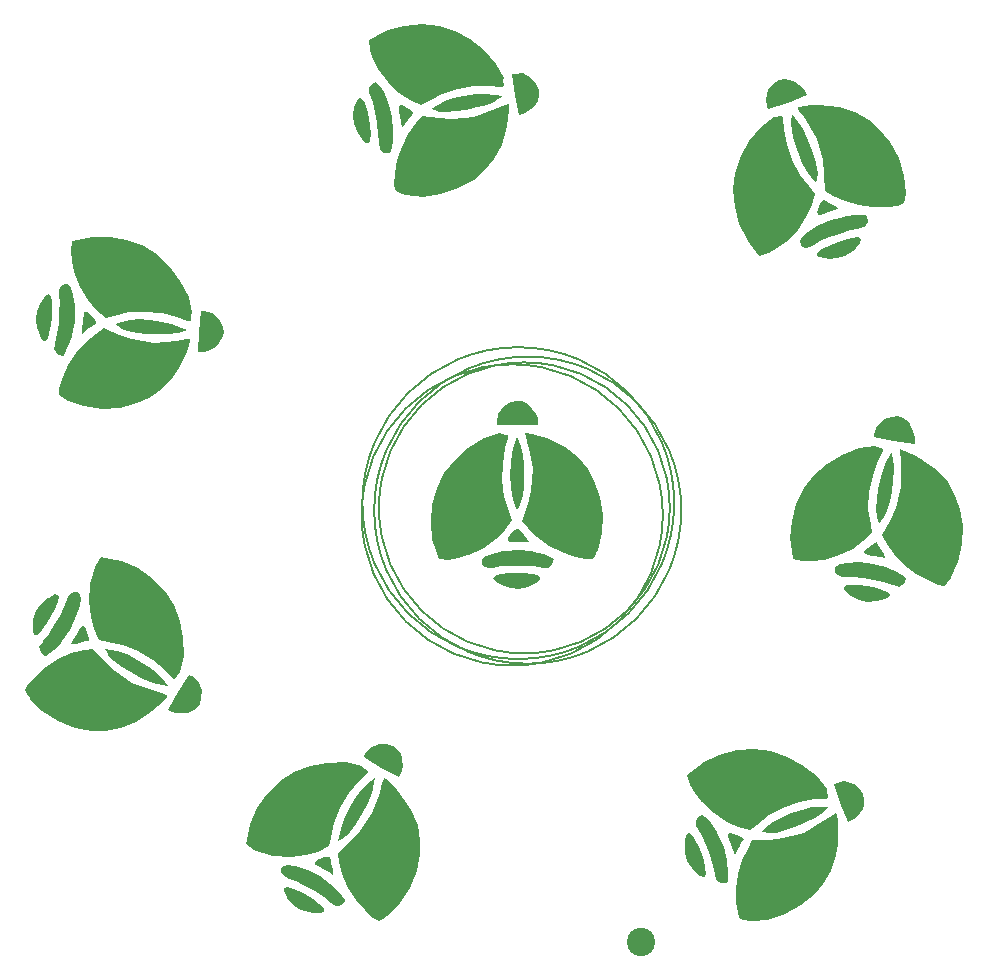
<source format=gbr>
%TF.GenerationSoftware,KiCad,Pcbnew,7.0.11*%
%TF.CreationDate,2025-03-11T10:56:17-07:00*%
%TF.ProjectId,nightLight,6e696768-744c-4696-9768-742e6b696361,rev?*%
%TF.SameCoordinates,Original*%
%TF.FileFunction,Soldermask,Bot*%
%TF.FilePolarity,Negative*%
%FSLAX46Y46*%
G04 Gerber Fmt 4.6, Leading zero omitted, Abs format (unit mm)*
G04 Created by KiCad (PCBNEW 7.0.11) date 2025-03-11 10:56:17*
%MOMM*%
%LPD*%
G01*
G04 APERTURE LIST*
%ADD10C,0.200000*%
%ADD11C,2.400000*%
%ADD12C,1.000000*%
G04 APERTURE END LIST*
D10*
X162236997Y-99800000D02*
G75*
G03*
X136736997Y-99800000I-12750000J0D01*
G01*
X136736997Y-99800000D02*
G75*
G03*
X162236997Y-99800000I12750000J0D01*
G01*
X162826007Y-99200000D02*
G75*
G03*
X138199999Y-99200000I-12313004J0D01*
G01*
X138199999Y-99200000D02*
G75*
G03*
X162826007Y-99200000I12313004J0D01*
G01*
X163800000Y-99400000D02*
G75*
G03*
X137800000Y-99400000I-13000000J0D01*
G01*
X137800000Y-99400000D02*
G75*
G03*
X163800000Y-99400000I13000000J0D01*
G01*
X163200000Y-98800000D02*
G75*
G03*
X136800000Y-98800000I-13200000J0D01*
G01*
X136800000Y-98800000D02*
G75*
G03*
X163200000Y-98800000I13200000J0D01*
G01*
%TO.C,REF\u002A\u002A*%
G36*
X122334698Y-113416616D02*
G01*
X122863340Y-113840690D01*
X123198405Y-114582636D01*
X123170961Y-115308167D01*
X123031191Y-115810255D01*
X122769230Y-116143986D01*
X122348704Y-116432358D01*
X122049192Y-116531128D01*
X121803312Y-116579356D01*
X121439839Y-116606558D01*
X120902881Y-116567559D01*
X120383160Y-116336780D01*
X121198551Y-114804481D01*
X122120513Y-113327597D01*
X122334698Y-113416616D01*
G37*
G36*
X113350872Y-109328058D02*
G01*
X113595630Y-109993127D01*
X113648789Y-110341053D01*
X113620796Y-110469537D01*
X113403572Y-110505781D01*
X113065069Y-110575316D01*
X112932130Y-110612024D01*
X112487354Y-110692717D01*
X112253160Y-110730709D01*
X112143527Y-110748242D01*
X112329867Y-110405492D01*
X112633527Y-109899537D01*
X112701207Y-109742313D01*
X113000061Y-109304683D01*
X113078168Y-109209396D01*
X113217091Y-109208775D01*
X113350872Y-109328058D01*
G37*
G36*
X115642691Y-111267632D02*
G01*
X116351926Y-111442262D01*
X117014529Y-111699648D01*
X117861571Y-112144300D01*
X118698445Y-112679502D01*
X119411483Y-113208582D01*
X119882995Y-113701830D01*
X120350173Y-114273916D01*
X119536734Y-114132019D01*
X119427364Y-114115534D01*
X118833572Y-113924825D01*
X118068363Y-113578445D01*
X117236370Y-113134983D01*
X116442224Y-112653023D01*
X115790561Y-112191151D01*
X115386014Y-111807954D01*
X115178483Y-111447629D01*
X115021796Y-111162935D01*
X115642691Y-111267632D01*
G37*
G36*
X111032164Y-106560653D02*
G01*
X111087054Y-106778108D01*
X111013297Y-107185858D01*
X110668062Y-107963824D01*
X110467220Y-108371691D01*
X110103560Y-108981569D01*
X109699278Y-109521806D01*
X109337737Y-109928734D01*
X109078683Y-109988236D01*
X109006944Y-109931618D01*
X108886544Y-109642629D01*
X108892776Y-109091879D01*
X108939389Y-108713176D01*
X109140819Y-107972164D01*
X109529442Y-107407527D01*
X110145228Y-106856870D01*
X110260850Y-106796608D01*
X110776931Y-106525927D01*
X111032164Y-106560653D01*
G37*
G36*
X112600526Y-106327055D02*
G01*
X112888614Y-106474754D01*
X112977048Y-106909570D01*
X112879701Y-107497326D01*
X112594373Y-108371693D01*
X112509067Y-108596586D01*
X112033620Y-109576204D01*
X111374908Y-110483868D01*
X111263420Y-110615952D01*
X110672537Y-111247848D01*
X110031714Y-111746011D01*
X109886451Y-111777614D01*
X109551631Y-111421266D01*
X109510855Y-111168165D01*
X109454611Y-110985582D01*
X109731674Y-110568168D01*
X109799509Y-110492292D01*
X110232580Y-109916491D01*
X110720424Y-109156176D01*
X111192419Y-108333247D01*
X111577939Y-107569606D01*
X111806362Y-106987152D01*
X111903629Y-106693468D01*
X112166573Y-106408326D01*
X112397797Y-106301400D01*
X112600526Y-106327055D01*
G37*
G36*
X115952126Y-103581506D02*
G01*
X116452999Y-103720239D01*
X117770002Y-104309173D01*
X119010494Y-105168191D01*
X120061462Y-106224601D01*
X120063684Y-106227339D01*
X120836405Y-107418016D01*
X121333642Y-108801481D01*
X121611109Y-110209910D01*
X121679957Y-111775639D01*
X121365338Y-113138709D01*
X121189359Y-113280403D01*
X121004879Y-113571833D01*
X120871978Y-113676471D01*
X120683704Y-113568041D01*
X120062071Y-112921028D01*
X119034378Y-112067400D01*
X117812725Y-111332853D01*
X116523084Y-110782627D01*
X115263854Y-110563679D01*
X114535315Y-110385544D01*
X114091696Y-109445590D01*
X113796400Y-108427552D01*
X113662774Y-107116592D01*
X113739569Y-105728913D01*
X113750036Y-105656729D01*
X113976149Y-104782388D01*
X114254554Y-104044027D01*
X114713629Y-103332020D01*
X115952126Y-103581506D01*
G37*
G36*
X114964240Y-112187390D02*
G01*
X115831005Y-112993917D01*
X117330923Y-114043409D01*
X119081669Y-114657374D01*
X119570472Y-114794892D01*
X120042912Y-114935144D01*
X120261534Y-115010256D01*
X120360602Y-114995851D01*
X120236687Y-115182238D01*
X119972261Y-115512308D01*
X119535963Y-115936294D01*
X118994432Y-116389387D01*
X118403763Y-116845197D01*
X117604392Y-117356657D01*
X116357571Y-117869305D01*
X115017928Y-118071518D01*
X113889600Y-118081343D01*
X112443272Y-117808655D01*
X110994888Y-117235259D01*
X109711012Y-116414311D01*
X108682706Y-115392828D01*
X108630151Y-115325474D01*
X108373774Y-114924811D01*
X108211810Y-114598177D01*
X108478256Y-114118507D01*
X109133074Y-113430214D01*
X110005763Y-112673491D01*
X111049276Y-112012587D01*
X112155777Y-111514939D01*
X113217423Y-111247984D01*
X114012373Y-111111306D01*
X114964240Y-112187390D01*
G37*
G36*
X178393674Y-122553252D02*
G01*
X178931822Y-123040637D01*
X179226601Y-123470443D01*
X179313868Y-123885635D01*
X179264465Y-124393138D01*
X179147605Y-124686067D01*
X179026501Y-124905421D01*
X178813703Y-125201343D01*
X178438678Y-125587610D01*
X177927821Y-125837397D01*
X177278135Y-124227828D01*
X176739402Y-122572241D01*
X176945271Y-122465386D01*
X177609934Y-122333013D01*
X178393674Y-122553252D01*
G37*
G36*
X168705361Y-126959325D02*
G01*
X169006057Y-127142245D01*
X169086489Y-127246277D01*
X168974624Y-127435977D01*
X168810305Y-127739982D01*
X168752974Y-127865414D01*
X168528892Y-128258001D01*
X168407458Y-128461825D01*
X168350419Y-128557078D01*
X168207634Y-128194018D01*
X168015239Y-127636180D01*
X167938302Y-127483272D01*
X167795157Y-126973033D01*
X167772370Y-126851951D01*
X167861192Y-126745130D01*
X168038561Y-126719322D01*
X168705361Y-126959325D01*
G37*
G36*
X176326371Y-124536682D02*
G01*
X175694804Y-125068603D01*
X175611874Y-125141789D01*
X175084100Y-125474075D01*
X174326892Y-125837610D01*
X173452384Y-126189902D01*
X172572715Y-126488455D01*
X171800019Y-126690773D01*
X171246436Y-126754359D01*
X170837012Y-126681725D01*
X170518207Y-126618756D01*
X170997514Y-126210421D01*
X171587175Y-125779365D01*
X172210258Y-125437227D01*
X173095349Y-125074172D01*
X174043270Y-124777110D01*
X174906900Y-124570977D01*
X175587832Y-124526832D01*
X176326371Y-124536682D01*
G37*
G36*
X164630032Y-126814431D02*
G01*
X164894977Y-127133029D01*
X165269020Y-127897561D01*
X165452366Y-128313587D01*
X165685803Y-128984188D01*
X165839781Y-129641144D01*
X165919112Y-130179669D01*
X165798177Y-130416362D01*
X165708692Y-130434924D01*
X165409922Y-130341398D01*
X164992028Y-129982609D01*
X164731888Y-129703475D01*
X164293716Y-129072858D01*
X164110981Y-128412214D01*
X164084973Y-127586539D01*
X164113129Y-127459231D01*
X164237507Y-126889900D01*
X164428169Y-126716702D01*
X164630032Y-126814431D01*
G37*
G36*
X165945602Y-125451114D02*
G01*
X166333276Y-125903488D01*
X166819674Y-126684094D01*
X166937119Y-126894001D01*
X167381938Y-127887901D01*
X167653838Y-128975939D01*
X167683357Y-129146245D01*
X167787605Y-130005063D01*
X167757307Y-130816175D01*
X167688142Y-130947766D01*
X167199947Y-130975198D01*
X166979849Y-130843744D01*
X166803830Y-130769466D01*
X166662165Y-130288916D01*
X166647643Y-130188179D01*
X166484927Y-129486310D01*
X166216072Y-128623878D01*
X165889064Y-127733341D01*
X165551889Y-126947156D01*
X165252531Y-126397780D01*
X165090078Y-126134493D01*
X165040664Y-125749780D01*
X165107382Y-125503922D01*
X165257346Y-125365112D01*
X165555670Y-125239363D01*
X165945602Y-125451114D01*
G37*
G36*
X169978185Y-119583906D02*
G01*
X171386992Y-119757320D01*
X172766405Y-120265688D01*
X174023677Y-120958457D01*
X175267350Y-121912147D01*
X176109289Y-123029324D01*
X176104715Y-123255211D01*
X176209382Y-123583858D01*
X176204112Y-123752926D01*
X176000030Y-123827455D01*
X175104811Y-123887762D01*
X173790306Y-124126319D01*
X172442347Y-124590001D01*
X171191884Y-125224246D01*
X170214742Y-126048134D01*
X169609988Y-126491724D01*
X168604788Y-126227366D01*
X167635113Y-125799194D01*
X166544966Y-125058888D01*
X165531306Y-124108077D01*
X165482738Y-124053660D01*
X164958296Y-123318432D01*
X164571634Y-122630552D01*
X164321292Y-121821210D01*
X165308501Y-121032833D01*
X165736731Y-120738318D01*
X167034434Y-120107995D01*
X168489853Y-119709888D01*
X169974659Y-119583848D01*
X169978185Y-119583906D01*
G37*
G36*
X176949240Y-125207476D02*
G01*
X177032118Y-125622203D01*
X177076463Y-126228960D01*
X177075463Y-126935038D01*
X177044959Y-127680507D01*
X176922935Y-128621621D01*
X176514205Y-129906265D01*
X175808003Y-131062471D01*
X175090254Y-131933135D01*
X173951681Y-132865807D01*
X172581431Y-133606761D01*
X171127288Y-134062572D01*
X169683805Y-134193703D01*
X169598427Y-134190668D01*
X169126705Y-134129523D01*
X168772381Y-134043639D01*
X168576200Y-133531204D01*
X168469847Y-132587157D01*
X168451117Y-131432227D01*
X168615592Y-130208028D01*
X168945617Y-129040518D01*
X169423530Y-128055654D01*
X169829813Y-127358833D01*
X171265990Y-127321353D01*
X172440971Y-127175799D01*
X174209057Y-126701395D01*
X175804740Y-125754895D01*
X176224280Y-125468845D01*
X176635399Y-125197087D01*
X176833465Y-125077894D01*
X176886110Y-124992744D01*
X176949240Y-125207476D01*
G37*
G36*
X151094239Y-62769245D02*
G01*
X151539578Y-63342674D01*
X151755244Y-63817138D01*
X151769088Y-64241177D01*
X151632309Y-64732391D01*
X151466357Y-65000576D01*
X151309003Y-65195569D01*
X151048051Y-65450043D01*
X150611650Y-65765319D01*
X150065178Y-65922602D01*
X149704861Y-64224669D01*
X149461802Y-62500685D01*
X149683098Y-62431201D01*
X150360651Y-62416257D01*
X151094239Y-62769245D01*
G37*
G36*
X140173013Y-65073876D02*
G01*
X140788007Y-65426022D01*
X141052372Y-65658378D01*
X141113516Y-65774796D01*
X140970410Y-65942190D01*
X140755797Y-66213043D01*
X140677556Y-66326613D01*
X140388706Y-66674324D01*
X140233724Y-66853966D01*
X140161011Y-66937867D01*
X140083440Y-66555528D01*
X139990835Y-65972755D01*
X139941619Y-65808811D01*
X139889251Y-65281467D01*
X139887836Y-65158267D01*
X139993858Y-65068493D01*
X140173013Y-65073876D01*
G37*
G36*
X147988316Y-64225612D02*
G01*
X148713925Y-64363559D01*
X147999585Y-64777728D01*
X147905206Y-64835402D01*
X147327750Y-65070993D01*
X146518918Y-65297517D01*
X145596521Y-65492600D01*
X144678373Y-65633864D01*
X143882284Y-65698931D01*
X143326069Y-65665423D01*
X142935479Y-65522796D01*
X142632452Y-65405424D01*
X143175383Y-65086523D01*
X143830938Y-64764410D01*
X144503966Y-64535667D01*
X145438655Y-64331822D01*
X146423759Y-64203878D01*
X147310064Y-64150845D01*
X147988316Y-64225612D01*
G37*
G36*
X136799752Y-64575656D02*
G01*
X137005348Y-64935420D01*
X137240949Y-65753290D01*
X137349267Y-66194833D01*
X137462710Y-66895783D01*
X137500269Y-67569496D01*
X137484881Y-68113614D01*
X137324681Y-68325712D01*
X137233332Y-68328453D01*
X136955342Y-68184467D01*
X136606101Y-67758562D01*
X136398383Y-67438496D01*
X136076374Y-66741371D01*
X136011135Y-66059033D01*
X136128899Y-65241385D01*
X136178734Y-65120901D01*
X136400085Y-64581817D01*
X136617926Y-64444358D01*
X136799752Y-64575656D01*
G37*
G36*
X138332074Y-63461497D02*
G01*
X138635304Y-63974317D01*
X138978762Y-64827526D01*
X139057972Y-65054638D01*
X139323445Y-66110681D01*
X139402278Y-67229404D01*
X139401775Y-67402249D01*
X139355307Y-68266122D01*
X139184621Y-69059650D01*
X139093657Y-69177232D01*
X138608114Y-69119472D01*
X138414188Y-68951796D01*
X138253740Y-68848081D01*
X138197675Y-68350232D01*
X138200866Y-68248504D01*
X138162500Y-67529042D01*
X138047490Y-66633027D01*
X137880090Y-65699234D01*
X137684557Y-64866443D01*
X137485145Y-64273430D01*
X137370879Y-63985934D01*
X137389020Y-63598485D01*
X137497418Y-63367947D01*
X137669208Y-63257288D01*
X137984835Y-63185252D01*
X138332074Y-63461497D01*
G37*
G36*
X143318760Y-58383007D02*
G01*
X143322222Y-58383676D01*
X144679513Y-58799092D01*
X145949693Y-59539269D01*
X147067566Y-60439836D01*
X148126738Y-61595000D01*
X148761890Y-62841405D01*
X148718161Y-63063066D01*
X148764169Y-63404895D01*
X148729621Y-63570480D01*
X148515697Y-63608438D01*
X147623607Y-63512376D01*
X146287647Y-63519047D01*
X144879649Y-63741615D01*
X143538048Y-64149083D01*
X142432684Y-64790776D01*
X141760089Y-65122612D01*
X140816065Y-64687719D01*
X139935473Y-64097669D01*
X138990441Y-63179308D01*
X138157287Y-62066922D01*
X138118906Y-62004898D01*
X137730103Y-61189771D01*
X137468764Y-60445198D01*
X137362767Y-59604681D01*
X138471877Y-58999708D01*
X138944744Y-58784029D01*
X140332186Y-58388625D01*
X141834624Y-58249298D01*
X143318760Y-58383007D01*
G37*
G36*
X149210848Y-65132322D02*
G01*
X149220451Y-65555140D01*
X149158760Y-66160379D01*
X149035166Y-66855557D01*
X148875676Y-67584403D01*
X148592083Y-68490030D01*
X147966486Y-69684183D01*
X147070240Y-70700193D01*
X146212207Y-71432994D01*
X144928974Y-72153785D01*
X143450875Y-72645541D01*
X141939674Y-72841918D01*
X140495350Y-72720399D01*
X140411796Y-72702584D01*
X139957858Y-72560455D01*
X139623831Y-72414347D01*
X139519614Y-71875631D01*
X139578808Y-70927458D01*
X139760914Y-69786822D01*
X140135471Y-68609782D01*
X140663218Y-67517317D01*
X141304890Y-66630404D01*
X141826003Y-66014719D01*
X143246869Y-66227199D01*
X144429275Y-66287889D01*
X146252879Y-66127717D01*
X147988677Y-65472684D01*
X148451516Y-65263832D01*
X148903579Y-65067593D01*
X149119334Y-64984605D01*
X149185966Y-64909890D01*
X149210848Y-65132322D01*
G37*
G36*
X124062371Y-82719751D02*
G01*
X124679603Y-83250578D01*
X124961353Y-83919730D01*
X125046870Y-84433846D01*
X124950493Y-84847019D01*
X124691239Y-85286094D01*
X124461531Y-85502190D01*
X124259070Y-85649812D01*
X123941148Y-85828076D01*
X123438016Y-86019660D01*
X122869458Y-86030147D01*
X122960876Y-84296812D01*
X123172298Y-82568663D01*
X123404038Y-82558823D01*
X124062371Y-82719751D01*
G37*
G36*
X113534027Y-82650060D02*
G01*
X114036923Y-83149378D01*
X114232141Y-83442240D01*
X114261071Y-83570517D01*
X114079516Y-83695167D01*
X113802115Y-83901245D01*
X113697145Y-83990696D01*
X113328144Y-84251799D01*
X113131948Y-84385207D01*
X113039997Y-84447430D01*
X113064025Y-84058042D01*
X113125409Y-83471159D01*
X113120302Y-83300063D01*
X113206205Y-82777134D01*
X113236725Y-82657766D01*
X113362369Y-82598491D01*
X113534027Y-82650060D01*
G37*
G36*
X118812304Y-83296139D02*
G01*
X119796955Y-83427518D01*
X120666786Y-83605684D01*
X121302576Y-83853449D01*
X121967757Y-84174497D01*
X121170563Y-84389669D01*
X121064473Y-84420950D01*
X120445718Y-84499056D01*
X119605817Y-84508521D01*
X118664359Y-84458223D01*
X117740934Y-84357040D01*
X116955131Y-84213846D01*
X116426541Y-84037521D01*
X116086174Y-83798662D01*
X115823851Y-83606860D01*
X116430820Y-83439347D01*
X117147407Y-83297879D01*
X117856705Y-83251122D01*
X118812304Y-83296139D01*
G37*
G36*
X110404655Y-81295752D02*
G01*
X110510132Y-81696469D01*
X110526025Y-82547449D01*
X110516373Y-83001981D01*
X110444530Y-83708408D01*
X110306440Y-84368886D01*
X110150748Y-84890481D01*
X109941112Y-85053889D01*
X109852166Y-85032894D01*
X109620915Y-84821865D01*
X109393806Y-84320082D01*
X109276005Y-83957161D01*
X109145397Y-83200448D01*
X109258983Y-82524474D01*
X109584358Y-81765167D01*
X109663678Y-81661687D01*
X110017012Y-81198261D01*
X110263007Y-81121867D01*
X110404655Y-81295752D01*
G37*
G36*
X111909221Y-80259447D02*
G01*
X112173130Y-80616150D01*
X112333300Y-81189979D01*
X112444228Y-82103009D01*
X112461958Y-82342883D01*
X112445062Y-83431651D01*
X112231662Y-84532658D01*
X112186441Y-84699484D01*
X111917969Y-85521894D01*
X111547719Y-86244207D01*
X111429422Y-86334239D01*
X110975373Y-86152779D01*
X110831452Y-85940625D01*
X110703315Y-85798917D01*
X110778013Y-85303521D01*
X110807425Y-85206085D01*
X110956577Y-84501208D01*
X111077391Y-83605957D01*
X111157378Y-82660657D01*
X111184050Y-81805635D01*
X111144916Y-81181217D01*
X111108953Y-80873942D01*
X111226755Y-80504391D01*
X111391127Y-80309763D01*
X111585704Y-80247337D01*
X111909221Y-80259447D01*
G37*
G36*
X116905351Y-76488080D02*
G01*
X118304309Y-77001355D01*
X118307480Y-77002898D01*
X119511005Y-77755451D01*
X120546332Y-78799155D01*
X121393030Y-79958362D01*
X122117134Y-81348298D01*
X122408051Y-82716623D01*
X122308441Y-82919413D01*
X122264410Y-83261503D01*
X122188182Y-83412504D01*
X121971723Y-83393801D01*
X121134894Y-83070122D01*
X119842729Y-82730794D01*
X118425102Y-82581361D01*
X117023755Y-82627713D01*
X115789973Y-82961451D01*
X115054410Y-83107900D01*
X114255112Y-82443495D01*
X113557241Y-81645636D01*
X112882100Y-80513975D01*
X112365241Y-79223857D01*
X112344222Y-79154012D01*
X112179637Y-78266030D01*
X112119913Y-77479189D01*
X112235069Y-76639878D01*
X113462966Y-76342578D01*
X113975542Y-76256635D01*
X115418046Y-76233800D01*
X116905351Y-76488080D01*
G37*
G36*
X116204641Y-84559656D02*
G01*
X117331050Y-84924307D01*
X119133972Y-85241577D01*
X120980159Y-85058121D01*
X121481282Y-84976177D01*
X121968732Y-84903627D01*
X122198614Y-84879308D01*
X122282313Y-84824385D01*
X122248778Y-85045678D01*
X122148620Y-85456574D01*
X121932384Y-86025223D01*
X121633076Y-86664726D01*
X121290381Y-87327458D01*
X120782058Y-88128827D01*
X119868708Y-89120373D01*
X118740039Y-89869798D01*
X117721579Y-90355554D01*
X116295517Y-90719660D01*
X114740507Y-90812100D01*
X113229973Y-90610657D01*
X111866314Y-90119460D01*
X111790218Y-90080628D01*
X111388534Y-89825853D01*
X111103703Y-89598271D01*
X111142468Y-89050938D01*
X111445050Y-88150394D01*
X111916169Y-87095757D01*
X112582603Y-86055766D01*
X113375119Y-85137116D01*
X114224477Y-84446502D01*
X114887184Y-83986669D01*
X116204641Y-84559656D01*
G37*
G36*
X172993138Y-62935535D02*
G01*
X173286067Y-63052395D01*
X173505421Y-63173499D01*
X173801343Y-63386297D01*
X174187610Y-63761322D01*
X174437397Y-64272179D01*
X172827828Y-64921865D01*
X171172241Y-65460598D01*
X171065386Y-65254729D01*
X170933013Y-64590066D01*
X171153252Y-63806326D01*
X171640637Y-63268178D01*
X172070443Y-62973399D01*
X172485635Y-62886132D01*
X172993138Y-62935535D01*
G37*
G36*
X176035977Y-73225376D02*
G01*
X176339982Y-73389695D01*
X176465414Y-73447026D01*
X176858001Y-73671108D01*
X177061825Y-73792542D01*
X177157078Y-73849581D01*
X176794018Y-73992366D01*
X176236180Y-74184761D01*
X176083272Y-74261698D01*
X175573033Y-74404843D01*
X175451951Y-74427630D01*
X175345130Y-74338808D01*
X175319322Y-74161439D01*
X175559325Y-73494639D01*
X175742245Y-73193943D01*
X175846277Y-73113511D01*
X176035977Y-73225376D01*
G37*
G36*
X173668603Y-66505196D02*
G01*
X173741789Y-66588126D01*
X174074075Y-67115900D01*
X174437610Y-67873108D01*
X174789902Y-68747616D01*
X175088455Y-69627285D01*
X175290773Y-70399981D01*
X175354359Y-70953564D01*
X175281725Y-71362988D01*
X175218756Y-71681793D01*
X174810421Y-71202486D01*
X174379365Y-70612825D01*
X174037227Y-69989742D01*
X173674172Y-69104651D01*
X173377110Y-68156730D01*
X173170977Y-67293100D01*
X173126832Y-66612168D01*
X173136682Y-65873629D01*
X173668603Y-66505196D01*
G37*
G36*
X179016362Y-76401823D02*
G01*
X179034924Y-76491308D01*
X178941398Y-76790078D01*
X178582609Y-77207972D01*
X178303475Y-77468112D01*
X177672858Y-77906284D01*
X177012214Y-78089019D01*
X176186539Y-78115027D01*
X176059231Y-78086871D01*
X175489900Y-77962493D01*
X175316702Y-77771831D01*
X175414431Y-77569968D01*
X175733029Y-77305023D01*
X176497561Y-76930980D01*
X176913587Y-76747634D01*
X177584188Y-76514197D01*
X178241144Y-76360219D01*
X178779669Y-76280888D01*
X179016362Y-76401823D01*
G37*
G36*
X179416175Y-74442693D02*
G01*
X179547766Y-74511858D01*
X179575198Y-75000053D01*
X179443744Y-75220151D01*
X179369466Y-75396170D01*
X178888916Y-75537835D01*
X178788179Y-75552357D01*
X178086310Y-75715073D01*
X177223878Y-75983928D01*
X176333341Y-76310936D01*
X175547156Y-76648111D01*
X174997780Y-76947469D01*
X174734493Y-77109922D01*
X174349780Y-77159336D01*
X174103922Y-77092618D01*
X173965112Y-76942654D01*
X173839363Y-76644330D01*
X174051114Y-76254398D01*
X174503488Y-75866724D01*
X175284094Y-75380326D01*
X175494001Y-75262881D01*
X176487901Y-74818062D01*
X177575939Y-74546162D01*
X177746245Y-74516643D01*
X178605063Y-74412395D01*
X179416175Y-74442693D01*
G37*
G36*
X172352926Y-65995888D02*
G01*
X172427455Y-66199970D01*
X172487762Y-67095189D01*
X172726319Y-68409694D01*
X173190001Y-69757653D01*
X173824246Y-71008116D01*
X174648134Y-71985258D01*
X175091724Y-72590012D01*
X174827366Y-73595212D01*
X174399194Y-74564887D01*
X173658888Y-75655034D01*
X172708077Y-76668694D01*
X172653660Y-76717262D01*
X171918432Y-77241704D01*
X171230552Y-77628366D01*
X170421210Y-77878708D01*
X169632833Y-76891499D01*
X169338318Y-76463269D01*
X168707995Y-75165566D01*
X168309888Y-73710147D01*
X168183848Y-72225341D01*
X168183906Y-72221815D01*
X168357320Y-70813008D01*
X168865688Y-69433595D01*
X169558457Y-68176323D01*
X170512147Y-66932650D01*
X171629324Y-66090711D01*
X171855211Y-66095285D01*
X172183858Y-65990618D01*
X172352926Y-65995888D01*
G37*
G36*
X175535038Y-65124537D02*
G01*
X176280507Y-65155041D01*
X177221621Y-65277065D01*
X178506265Y-65685795D01*
X179662471Y-66391997D01*
X180533135Y-67109746D01*
X181465807Y-68248319D01*
X182206761Y-69618569D01*
X182662572Y-71072712D01*
X182793703Y-72516195D01*
X182790668Y-72601573D01*
X182729523Y-73073295D01*
X182643639Y-73427619D01*
X182131204Y-73623800D01*
X181187157Y-73730153D01*
X180032227Y-73748883D01*
X178808028Y-73584408D01*
X177640518Y-73254383D01*
X176655654Y-72776470D01*
X175958833Y-72370187D01*
X175921353Y-70934010D01*
X175775799Y-69759029D01*
X175301395Y-67990943D01*
X174354895Y-66395260D01*
X174068845Y-65975720D01*
X173797087Y-65564601D01*
X173677894Y-65366535D01*
X173592744Y-65313890D01*
X173807476Y-65250760D01*
X174222203Y-65167882D01*
X174828960Y-65123537D01*
X175535038Y-65124537D01*
G37*
G36*
X182552636Y-91589207D02*
G01*
X182967445Y-91885743D01*
X183162698Y-92133411D01*
X183292113Y-92347967D01*
X183441989Y-92680216D01*
X183588994Y-93198130D01*
X183549887Y-93765439D01*
X181831116Y-93523299D01*
X180127970Y-93162063D01*
X180138365Y-92930348D01*
X180356058Y-92288545D01*
X180938660Y-91719927D01*
X181629823Y-91497570D01*
X182149435Y-91457186D01*
X182552636Y-91589207D01*
G37*
G36*
X180457699Y-102318426D02*
G01*
X180638816Y-102612733D01*
X180718778Y-102725099D01*
X180946727Y-103115453D01*
X181062527Y-103322530D01*
X181116499Y-103419554D01*
X180730688Y-103361679D01*
X180151388Y-103249379D01*
X179980497Y-103239555D01*
X179467045Y-103108402D01*
X179350791Y-103067595D01*
X179302692Y-102937262D01*
X179369026Y-102770753D01*
X179910275Y-102313288D01*
X180219037Y-102144338D01*
X180349347Y-102126698D01*
X180457699Y-102318426D01*
G37*
G36*
X181767583Y-95314892D02*
G01*
X181789500Y-95423305D01*
X181813381Y-96046513D01*
X181749607Y-96884043D01*
X181617447Y-97817534D01*
X181436167Y-98728627D01*
X181225031Y-99498959D01*
X181003307Y-100010170D01*
X180735692Y-100328424D01*
X180521757Y-100573033D01*
X180407782Y-99953773D01*
X180329307Y-99227584D01*
X180344548Y-98516910D01*
X180472679Y-97568870D01*
X180689376Y-96599416D01*
X180942675Y-95748424D01*
X181244910Y-95136647D01*
X181622710Y-94501978D01*
X181767583Y-95314892D01*
G37*
G36*
X179004641Y-105758365D02*
G01*
X179456603Y-105807595D01*
X180154080Y-105940734D01*
X180800009Y-106135863D01*
X181306050Y-106336423D01*
X181450565Y-106559503D01*
X181421898Y-106646280D01*
X181191517Y-106858259D01*
X180671849Y-107040771D01*
X180300042Y-107126492D01*
X179534826Y-107190651D01*
X178871324Y-107018583D01*
X178143265Y-106628269D01*
X178047091Y-106540231D01*
X177616224Y-106147851D01*
X177561561Y-105896134D01*
X177747129Y-105770180D01*
X178155515Y-105700030D01*
X179004641Y-105758365D01*
G37*
G36*
X178969582Y-103811969D02*
G01*
X180052734Y-103923694D01*
X181130952Y-104232241D01*
X181293202Y-104291830D01*
X182089084Y-104630957D01*
X182776378Y-105062753D01*
X182855758Y-105188446D01*
X182635416Y-105624952D01*
X182411525Y-105749835D01*
X182259189Y-105865134D01*
X181772187Y-105747543D01*
X181677686Y-105709751D01*
X180988491Y-105499733D01*
X180107176Y-105301352D01*
X179172444Y-105139281D01*
X178323000Y-105038191D01*
X177697548Y-105022754D01*
X177388308Y-105031799D01*
X177030430Y-104882237D01*
X176850869Y-104701528D01*
X176805639Y-104502250D01*
X176845899Y-104181020D01*
X177224246Y-103949204D01*
X177809851Y-103839656D01*
X178729075Y-103808725D01*
X178969582Y-103811969D01*
G37*
G36*
X180402096Y-94053203D02*
G01*
X180739045Y-94126882D01*
X180882828Y-94215980D01*
X180845331Y-94429985D01*
X180449949Y-95235420D01*
X179999293Y-96493093D01*
X179726874Y-97892301D01*
X179650914Y-99292356D01*
X179875852Y-100550531D01*
X179957635Y-101296058D01*
X179226094Y-102034408D01*
X178370448Y-102660085D01*
X177184251Y-103234026D01*
X175853995Y-103636477D01*
X175782584Y-103651329D01*
X174883637Y-103737895D01*
X174094584Y-103728814D01*
X173268503Y-103540946D01*
X173079353Y-102291810D01*
X173038410Y-101773694D01*
X173141386Y-100334689D01*
X173524325Y-98875206D01*
X174157574Y-97526305D01*
X174159387Y-97523281D01*
X175013971Y-96389925D01*
X176143938Y-95449503D01*
X177372529Y-94707058D01*
X178820286Y-94106851D01*
X180208759Y-93936298D01*
X180402096Y-94053203D01*
G37*
G36*
X182515069Y-94297955D02*
G01*
X182915672Y-94433544D01*
X183463311Y-94698518D01*
X184074294Y-95052424D01*
X184704636Y-95451576D01*
X185458652Y-96027809D01*
X186366822Y-97024101D01*
X187015025Y-98213793D01*
X187410168Y-99270714D01*
X187648599Y-100723082D01*
X187605159Y-102280232D01*
X187272831Y-103767461D01*
X186664653Y-105083120D01*
X186619336Y-105155542D01*
X186330521Y-105533493D01*
X186078981Y-105797405D01*
X185537109Y-105711084D01*
X184666364Y-105331166D01*
X183656800Y-104769922D01*
X182678850Y-104015382D01*
X181832769Y-103145817D01*
X181218809Y-102239500D01*
X180818485Y-101539238D01*
X181504115Y-100276733D01*
X181965552Y-99186392D01*
X182438749Y-97417983D01*
X182416898Y-95562831D01*
X182378941Y-95056474D01*
X182349151Y-94564555D01*
X182344960Y-94333428D01*
X182297541Y-94245261D01*
X182515069Y-94297955D01*
G37*
G36*
X138908167Y-119229040D02*
G01*
X139410255Y-119368810D01*
X139743986Y-119630771D01*
X140032358Y-120051297D01*
X140131128Y-120350809D01*
X140179356Y-120596689D01*
X140206558Y-120960162D01*
X140167559Y-121497120D01*
X139936780Y-122016841D01*
X138404481Y-121201450D01*
X136927597Y-120279488D01*
X137016616Y-120065303D01*
X137440690Y-119536661D01*
X138182636Y-119201596D01*
X138908167Y-119229040D01*
G37*
G36*
X134069537Y-128779205D02*
G01*
X134105781Y-128996429D01*
X134175316Y-129334932D01*
X134212024Y-129467871D01*
X134292717Y-129912647D01*
X134330709Y-130146841D01*
X134348242Y-130256474D01*
X134005492Y-130070134D01*
X133499537Y-129766474D01*
X133342313Y-129698794D01*
X132904683Y-129399940D01*
X132809396Y-129321833D01*
X132808775Y-129182910D01*
X132928058Y-129049129D01*
X133593127Y-128804371D01*
X133941053Y-128751212D01*
X134069537Y-128779205D01*
G37*
G36*
X137732019Y-122863267D02*
G01*
X137715534Y-122972637D01*
X137524825Y-123566429D01*
X137178445Y-124331638D01*
X136734983Y-125163631D01*
X136253023Y-125957777D01*
X135791151Y-126609440D01*
X135407954Y-127013987D01*
X135047629Y-127221518D01*
X134762935Y-127378205D01*
X134867632Y-126757310D01*
X135042262Y-126048075D01*
X135299648Y-125385472D01*
X135744300Y-124538430D01*
X136279502Y-123701556D01*
X136808582Y-122988518D01*
X137301830Y-122517006D01*
X137873916Y-122049828D01*
X137732019Y-122863267D01*
G37*
G36*
X130785858Y-131386704D02*
G01*
X131563824Y-131731939D01*
X131971691Y-131932781D01*
X132581569Y-132296441D01*
X133121806Y-132700723D01*
X133528734Y-133062264D01*
X133588236Y-133321318D01*
X133531618Y-133393057D01*
X133242629Y-133513457D01*
X132691879Y-133507225D01*
X132313176Y-133460612D01*
X131572164Y-133259182D01*
X131007527Y-132870559D01*
X130456870Y-132254773D01*
X130396608Y-132139151D01*
X130125927Y-131623070D01*
X130160653Y-131367837D01*
X130378108Y-131312947D01*
X130785858Y-131386704D01*
G37*
G36*
X131097326Y-129520300D02*
G01*
X131971693Y-129805628D01*
X132196586Y-129890934D01*
X133176204Y-130366381D01*
X134083868Y-131025093D01*
X134215952Y-131136581D01*
X134847848Y-131727464D01*
X135346011Y-132368287D01*
X135377614Y-132513550D01*
X135021266Y-132848370D01*
X134768165Y-132889146D01*
X134585582Y-132945390D01*
X134168168Y-132668327D01*
X134092292Y-132600492D01*
X133516491Y-132167421D01*
X132756176Y-131679577D01*
X131933247Y-131207582D01*
X131169606Y-130822062D01*
X130587152Y-130593639D01*
X130293468Y-130496372D01*
X130008326Y-130233428D01*
X129901400Y-130002204D01*
X129927055Y-129799475D01*
X130074754Y-129511387D01*
X130509570Y-129422953D01*
X131097326Y-129520300D01*
G37*
G36*
X136738709Y-121034663D02*
G01*
X136880403Y-121210642D01*
X137171833Y-121395122D01*
X137276471Y-121528023D01*
X137168041Y-121716297D01*
X136521028Y-122337930D01*
X135667400Y-123365623D01*
X134932853Y-124587276D01*
X134382627Y-125876917D01*
X134163679Y-127136147D01*
X133985544Y-127864686D01*
X133045590Y-128308305D01*
X132027552Y-128603601D01*
X130716592Y-128737227D01*
X129328913Y-128660432D01*
X129256729Y-128649965D01*
X128382388Y-128423852D01*
X127644027Y-128145447D01*
X126932020Y-127686372D01*
X127181506Y-126447875D01*
X127320239Y-125947002D01*
X127909173Y-124629999D01*
X128768191Y-123389507D01*
X129824601Y-122338539D01*
X129827339Y-122336317D01*
X131018016Y-121563596D01*
X132401481Y-121066359D01*
X133809910Y-120788892D01*
X135375639Y-120720044D01*
X136738709Y-121034663D01*
G37*
G36*
X138782238Y-122163314D02*
G01*
X139112308Y-122427740D01*
X139536294Y-122864038D01*
X139989387Y-123405569D01*
X140445197Y-123996238D01*
X140956657Y-124795609D01*
X141469305Y-126042430D01*
X141671518Y-127382073D01*
X141681343Y-128510401D01*
X141408655Y-129956729D01*
X140835259Y-131405113D01*
X140014311Y-132688989D01*
X138992828Y-133717295D01*
X138925474Y-133769850D01*
X138524811Y-134026227D01*
X138198177Y-134188191D01*
X137718507Y-133921745D01*
X137030214Y-133266927D01*
X136273491Y-132394238D01*
X135612587Y-131350725D01*
X135114939Y-130244224D01*
X134847984Y-129182578D01*
X134711306Y-128387628D01*
X135787390Y-127435761D01*
X136593917Y-126568996D01*
X137643409Y-125069078D01*
X138257374Y-123318332D01*
X138394892Y-122829529D01*
X138535144Y-122357089D01*
X138610256Y-122138467D01*
X138595851Y-122039399D01*
X138782238Y-122163314D01*
G37*
%TO.C,B1*%
G36*
X150330000Y-90180000D02*
G01*
X150790000Y-90400000D01*
X151025294Y-90610000D01*
X151190000Y-90798824D01*
X151395294Y-91100000D01*
X151630000Y-91584519D01*
X151690000Y-92150000D01*
X149955294Y-92210000D01*
X148215294Y-92150000D01*
X148185294Y-91920000D01*
X148288232Y-91250146D01*
X148763244Y-90588998D01*
X149405294Y-90250000D01*
X149910000Y-90120000D01*
X150330000Y-90180000D01*
G37*
G36*
X150130000Y-101110000D02*
G01*
X150359471Y-101368385D01*
X150457730Y-101465159D01*
X150750000Y-101810000D01*
X150900000Y-101993822D01*
X150970000Y-102080000D01*
X150580000Y-102090000D01*
X149990000Y-102080000D01*
X149820000Y-102100000D01*
X149291574Y-102060000D01*
X149170000Y-102040000D01*
X149100000Y-101920000D01*
X149136412Y-101744501D01*
X149590000Y-101200000D01*
X149864733Y-100980000D01*
X149990000Y-100940000D01*
X150130000Y-101110000D01*
G37*
G36*
X150203833Y-93985407D02*
G01*
X150244242Y-94088367D01*
X150375979Y-94697960D01*
X150458610Y-95533840D01*
X150490557Y-96476099D01*
X150470240Y-97404829D01*
X150396079Y-98200122D01*
X150266494Y-98742068D01*
X150058209Y-99101958D01*
X149890000Y-99380000D01*
X149670223Y-98789940D01*
X149466839Y-98088410D01*
X149358441Y-97385886D01*
X149320000Y-96430000D01*
X149365061Y-95437645D01*
X149466739Y-94555596D01*
X149658148Y-93900631D01*
X149920000Y-93210000D01*
X150203833Y-93985407D01*
G37*
G36*
X150460000Y-104730000D02*
G01*
X151130000Y-104810000D01*
X151663180Y-104919640D01*
X151844237Y-105114236D01*
X151831074Y-105204673D01*
X151641003Y-105453437D01*
X151160923Y-105723415D01*
X150809650Y-105872398D01*
X150067200Y-106068461D01*
X149383899Y-106014222D01*
X148599123Y-105756264D01*
X148489123Y-105686264D01*
X147996666Y-105374665D01*
X147899123Y-105136264D01*
X148060000Y-104980000D01*
X148450000Y-104840000D01*
X149296356Y-104750000D01*
X149750000Y-104720000D01*
X150460000Y-104730000D01*
G37*
G36*
X151125355Y-102877831D02*
G01*
X151295487Y-102908340D01*
X152138167Y-103104112D01*
X152890000Y-103410000D01*
X152990000Y-103520000D01*
X152848804Y-103988136D01*
X152650000Y-104150000D01*
X152520000Y-104290000D01*
X152019978Y-104258763D01*
X151920350Y-104237955D01*
X151205156Y-104150805D01*
X150302782Y-104108477D01*
X149354107Y-104111182D01*
X148500014Y-104159132D01*
X147881383Y-104252539D01*
X147578412Y-104315145D01*
X147200000Y-104230000D01*
X146991787Y-104083217D01*
X146912640Y-103894821D01*
X146896507Y-103571480D01*
X147228852Y-103277486D01*
X147786537Y-103067913D01*
X148686425Y-102877831D01*
X148923841Y-102839262D01*
X150009939Y-102761202D01*
X151125355Y-102877831D01*
G37*
G36*
X148640000Y-92980000D02*
G01*
X148984625Y-92994049D01*
X149141695Y-93056826D01*
X149141929Y-93274091D01*
X148892416Y-94135947D01*
X148666999Y-95452769D01*
X148641689Y-96878025D01*
X148810000Y-98270000D01*
X149250000Y-99470000D01*
X149460000Y-100190000D01*
X148867786Y-101044163D01*
X148133787Y-101808916D01*
X147065275Y-102580119D01*
X145825113Y-103207452D01*
X145757366Y-103234479D01*
X144887108Y-103475830D01*
X144108466Y-103603905D01*
X143262312Y-103562338D01*
X142859125Y-102365025D01*
X142728835Y-101861890D01*
X142580365Y-100426865D01*
X142704050Y-98923058D01*
X143093445Y-97484688D01*
X143094705Y-97481395D01*
X143739501Y-96216860D01*
X144688998Y-95094508D01*
X145770000Y-94150000D01*
X147091537Y-93307511D01*
X148429300Y-92898444D01*
X148640000Y-92980000D01*
G37*
G36*
X150763373Y-92854120D02*
G01*
X151181435Y-92918085D01*
X151766767Y-93083937D01*
X152429922Y-93326370D01*
X153120000Y-93610000D01*
X153962623Y-94046545D01*
X155030000Y-94870000D01*
X155874943Y-95929058D01*
X156447615Y-96901306D01*
X156934625Y-98290207D01*
X157162241Y-99831243D01*
X157093217Y-101353586D01*
X156722740Y-102754866D01*
X156690687Y-102834057D01*
X156471891Y-103256418D01*
X156270000Y-103560000D01*
X155721371Y-103569086D01*
X154797882Y-103346143D01*
X153706197Y-102968734D01*
X152612080Y-102395477D01*
X151627854Y-101686043D01*
X150865841Y-100900108D01*
X150350000Y-100280000D01*
X150805982Y-98917617D01*
X151071073Y-97763713D01*
X151230000Y-95940000D01*
X150886337Y-94116827D01*
X150761029Y-93624753D01*
X150646271Y-93145481D01*
X150602009Y-92918593D01*
X150540000Y-92840000D01*
X150763373Y-92854120D01*
G37*
%TD*%
D11*
%TO.C,LED1*%
X160400000Y-136000000D03*
%TD*%
D12*
%TO.C,B1*%
X143920000Y-102670000D03*
%TD*%
M02*

</source>
